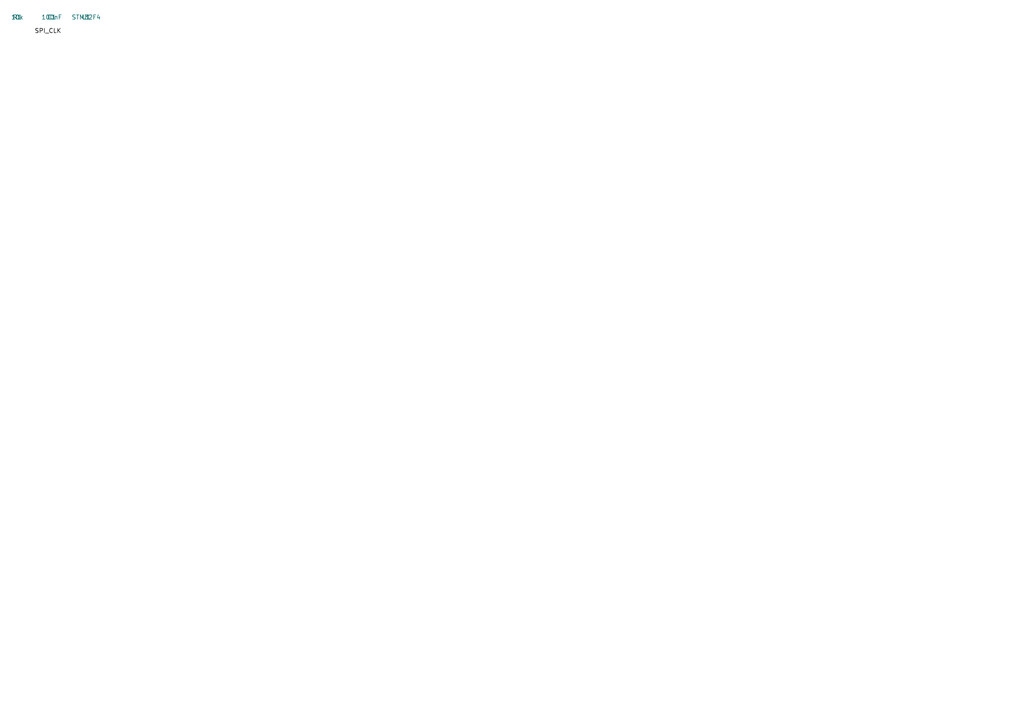
<source format=kicad_sch>
(kicad_sch (version 20211014) (generator kiutils)
  (paper "A4")

  (title_block
    (title "Test Schematic")
    (date "2026-02-17")
    (rev "1.0")
    (company "TestCo")
  )
  (lib_symbols)

  (label "SPI_CLK" (at 10 10 0)
    (effects (font (size 1.27 1.27)) (justify left bottom))
    (uuid bbbb-0001)
  )

  (symbol (lib_id "Device:R") (at 5 5 0) (unit 1)
    (in_bom yes) (on_board yes)
    (uuid aaaa-0001)
    (property "Reference" "R1" (at 5 5 0)
      (effects (font (size 1.27 1.27)))
    )
    (property "Value" "10k" (at 5 5 0)
      (effects (font (size 1.27 1.27)))
    )
    (property "Footprint" "Resistor_SMD:R_0402_1005Metric" (at 5 5 0)
      (effects (font (size 1.27 1.27)) hide)
    )
    (property "Datasheet" "~" (at 5 5 0)
      (effects (font (size 1.27 1.27)) hide)
    )
    (instances
      (project "test"
        (path "/"
          (reference "R1") (unit 1)
        )
      )
    )
  )

  (symbol (lib_id "Device:C") (at 15 5 0) (unit 1)
    (in_bom yes) (on_board yes)
    (uuid aaaa-0002)
    (property "Reference" "C1" (at 15 5 0)
      (effects (font (size 1.27 1.27)))
    )
    (property "Value" "100nF" (at 15 5 0)
      (effects (font (size 1.27 1.27)))
    )
    (property "Footprint" "Capacitor_SMD:C_0402_1005Metric" (at 15 5 0)
      (effects (font (size 1.27 1.27)) hide)
    )
    (property "Datasheet" "~" (at 15 5 0)
      (effects (font (size 1.27 1.27)) hide)
    )
    (instances
      (project "test"
        (path "/"
          (reference "C1") (unit 1)
        )
      )
    )
  )

  (symbol (lib_id "Device:IC") (at 25 5 0) (unit 1)
    (in_bom yes) (on_board yes)
    (uuid aaaa-0003)
    (property "Reference" "U1" (at 25 5 0)
      (effects (font (size 1.27 1.27)))
    )
    (property "Value" "STM32F4" (at 25 5 0)
      (effects (font (size 1.27 1.27)))
    )
    (property "Footprint" "" (at 25 5 0)
      (effects (font (size 1.27 1.27)) hide)
    )
    (property "Datasheet" "~" (at 25 5 0)
      (effects (font (size 1.27 1.27)) hide)
    )
    (instances
      (project "test"
        (path "/"
          (reference "U1") (unit 1)
        )
      )
    )
  )

  (sheet_instances
    (path "/" (page "1"))
  )
)

</source>
